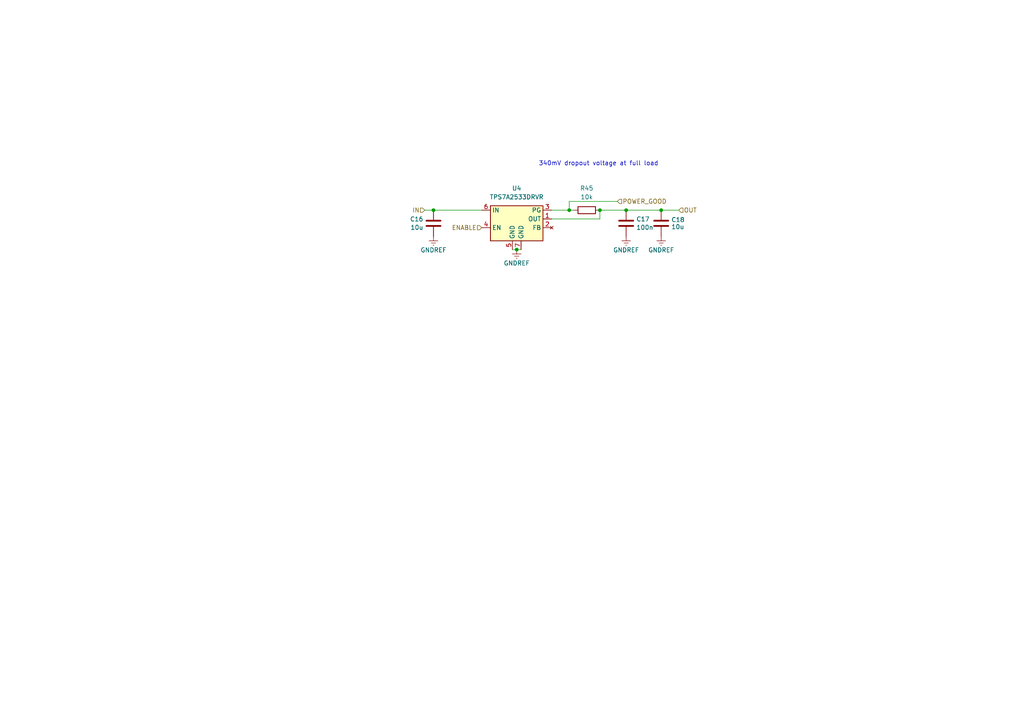
<source format=kicad_sch>
(kicad_sch (version 20250114) (generator "eeschema") (generator_version "9.0")
  (paper "A4")
  (title_block (title "DiveCAN Head") (date "2024-01-08") (rev "2.2 (DRAFT)") (company "Aren Leishman"))
  (lib_symbols
    (symbol "Library:C" (pin_numbers (hide yes)) (pin_names (offset 0.254))
      (property "Reference" "C" (at 0.635 2.54 0))
      (property "Value" "C" (at 0.635 -2.54 0))
      (symbol "C_0_1"
        (polyline (pts (xy -2.032 0.762) (xy 2.032 0.762)) (stroke (width 0.508)))
        (polyline (pts (xy -2.032 -0.762) (xy 2.032 -0.762)) (stroke (width 0.508)))
      )
      (symbol "C_1_1"
        (pin passive line (at 0 3.81 270) (length 2.794) (name "~") (number "1"))
        (pin passive line (at 0 -3.81 90) (length 2.794) (name "~") (number "2"))
      )
    )
    (symbol "Library:R" (pin_numbers (hide yes)) (pin_names (offset 0))
      (property "Reference" "R" (at 2.032 0 90))
      (property "Value" "R" (at 0 0 90))
      (symbol "R_0_1"
        (rectangle (start -1.016 -2.54) (end 1.016 2.54) (stroke (width 0.254)))
      )
      (symbol "R_1_1"
        (pin passive line (at 0 3.81 270) (length 1.27) (name "~") (number "1"))
        (pin passive line (at 0 -3.81 90) (length 1.27) (name "~") (number "2"))
      )
    )
    (symbol "Project:TPS7A2533DRVR"
      (property "Reference" "U" (at -6.35 6.35 0))
      (property "Value" "TPS7A2533DRVR" (at 1.27 6.35 0))
      (symbol "TPS7A2533DRVR_0_1"
        (rectangle (start -7.62 5.08) (end 7.62 -5.08) (stroke (width 0.254)) (fill (type background)))
      )
      (symbol "TPS7A2533DRVR_1_0"
        (pin power_in line (at -10.16 3.81 0) (length 2.54) (name "IN") (number "6"))
        (pin power_in line (at 1.27 -7.62 90) (length 2.54) (name "GND") (number "7"))
      )
      (symbol "TPS7A2533DRVR_1_1"
        (pin input line (at -10.16 -1.27 0) (length 2.54) (name "EN") (number "4"))
        (pin power_in line (at -1.27 -7.62 90) (length 2.54) (name "GND") (number "5"))
        (pin open_collector line (at 10.16 3.81 180) (length 2.54) (name "PG") (number "3"))
        (pin power_out line (at 10.16 1.27 180) (length 2.54) (name "OUT") (number "1"))
        (pin no_connect line (at 10.16 -1.27 180) (length 2.54) (name "FB") (number "2"))
      )
    )
    (symbol "power:GNDREF" (power) (pin_names (offset 0))
      (property "Value" "GNDREF" (at 0 -3.81 0))
      (symbol "GNDREF_0_1"
        (polyline (pts (xy -0.635 -1.905) (xy 0.635 -1.905)))
        (polyline (pts (xy -0.127 -2.54) (xy 0.127 -2.54)))
        (polyline (pts (xy 0 -1.27) (xy 0 0)))
        (polyline (pts (xy 1.27 -1.27) (xy -1.27 -1.27)))
      )
      (symbol "GNDREF_1_1"
        (pin power_in line (at 0 0 270) (length 0) (hide yes) (name "GNDREF") (number "1"))
      )
    )
  )
  (text "340mV dropout voltage at full load" (at 156.21 48.26 0) (effects (font (size 1.27 1.27)) (justify left bottom)))
  (junction (at 125.73 60.96))
  (junction (at 191.77 60.96))
  (junction (at 181.61 60.96))
  (junction (at 173.99 60.96))
  (junction (at 165.1 60.96))
  (junction (at 149.86 72.39))
  (wire (pts (xy 173.99 60.96) (xy 181.61 60.96)))
  (wire (pts (xy 148.59 72.39) (xy 149.86 72.39)))
  (wire (pts (xy 179.07 58.42) (xy 165.1 58.42)))
  (wire (pts (xy 165.1 58.42) (xy 165.1 60.96)))
  (wire (pts (xy 191.77 60.96) (xy 196.85 60.96)))
  (wire (pts (xy 165.1 60.96) (xy 166.37 60.96)))
  (wire (pts (xy 160.02 60.96) (xy 165.1 60.96)))
  (wire (pts (xy 181.61 60.96) (xy 191.77 60.96)))
  (wire (pts (xy 123.19 60.96) (xy 125.73 60.96)))
  (wire (pts (xy 160.02 63.5) (xy 173.99 63.5)))
  (wire (pts (xy 173.99 63.5) (xy 173.99 60.96)))
  (wire (pts (xy 125.73 60.96) (xy 139.7 60.96)))
  (wire (pts (xy 149.86 72.39) (xy 151.13 72.39)))
  (hierarchical_label "ENABLE" (shape input) (at 139.7 66.04 180))
  (hierarchical_label "IN" (shape input) (at 123.19 60.96 180))
  (hierarchical_label "POWER_GOOD" (shape input) (at 179.07 58.42 0))
  (hierarchical_label "OUT" (shape input) (at 196.85 60.96 0))
  (symbol (lib_id "Library:C") (at 125.73 64.77 0) (unit 1)
    (property "Reference" "C13" (at 122.809 63.5579 0) (effects (justify right)))
    (property "Value" "10u" (at 122.809 65.9821 0) (effects (justify right)))
    (property "Footprint" "Capacitor_SMD:C_0603_1608Metric" (effects (hide yes)))
    (property "MPN" "C96446" (effects (hide yes)))
    (instances (project "DiveCAN Head2" (path "" (reference "C16") (unit 1)) (path "" (reference "C13") (unit 1))))
  )
  (symbol (lib_id "power:GNDREF") (at 149.86 72.39 0) (unit 1)
    (property "Reference" "#PWR045" (effects (hide yes)))
    (property "Value" "GNDREF" (at 149.86 76.335 0))
    (instances (project "DiveCAN Head2" (path "" (reference "#PWR049") (unit 1)) (path "" (reference "#PWR045") (unit 1))))
  )
  (symbol (lib_id "Library:R") (at 170.18 60.96 270) (mirror x) (unit 1)
    (property "Reference" "R44" (at 170.18 54.61 90))
    (property "Value" "10k" (at 170.18 57.15 90))
    (property "Footprint" "Resistor_SMD:R_0402_1005Metric" (effects (hide yes)))
    (property "MPN" "C25744" (effects (hide yes)))
    (instances (project "DiveCAN Head2" (path "" (reference "R45") (unit 1)) (path "" (reference "R44") (unit 1))))
  )
  (symbol (lib_id "Project:TPS7A2533DRVR") (at 149.86 64.77 0) (unit 1)
    (property "Reference" "U3" (at 149.86 54.61 0))
    (property "Value" "TPS7A2533DRVR" (at 149.86 57.15 0))
    (property "Footprint" "Package_SON:WSON-6-1EP_2x2mm_P0.65mm_EP1x1.6mm_ThermalVias" (effects (hide yes)))
    (property "Datasheet" "https://www.ti.com/lit/ds/symlink/tps7a25.pdf" (effects (hide yes)))
    (property "MPN" "C2867820" (effects (hide yes)))
    (property "JlcRotOffset" "0" (effects (hide yes)))
    (instances (project "DiveCAN Head2" (path "" (reference "U4") (unit 1)) (path "" (reference "U3") (unit 1))))
  )
  (symbol (lib_id "power:GNDREF") (at 181.61 68.58 0) (unit 1)
    (property "Reference" "#PWR046" (effects (hide yes)))
    (property "Value" "GNDREF" (at 181.61 72.525 0))
    (instances (project "DiveCAN Head2" (path "" (reference "#PWR050") (unit 1)) (path "" (reference "#PWR046") (unit 1))))
  )
  (symbol (lib_id "power:GNDREF") (at 125.73 68.58 0) (unit 1)
    (property "Reference" "#PWR044" (effects (hide yes)))
    (property "Value" "GNDREF" (at 125.73 72.525 0))
    (instances (project "DiveCAN Head2" (path "" (reference "#PWR048") (unit 1)) (path "" (reference "#PWR044") (unit 1))))
  )
  (symbol (lib_id "Library:C") (at 181.61 64.77 0) (unit 1)
    (property "Reference" "C14" (at 184.531 63.5579 0) (effects (justify left)))
    (property "Value" "100n" (at 184.531 65.9821 0) (effects (justify left)))
    (property "Footprint" "Capacitor_SMD:C_0603_1608Metric" (effects (hide yes)))
    (property "MPN" "C14663" (effects (hide yes)))
    (instances (project "DiveCAN Head2" (path "" (reference "C17") (unit 1)) (path "" (reference "C14") (unit 1))))
  )
  (symbol (lib_id "power:GNDREF") (at 191.77 68.58 0) (unit 1)
    (property "Reference" "#PWR047" (effects (hide yes)))
    (property "Value" "GNDREF" (at 191.77 72.525 0))
    (instances (project "DiveCAN Head2" (path "" (reference "#PWR051") (unit 1)) (path "" (reference "#PWR047") (unit 1))))
  )
  (symbol (lib_id "Library:C") (at 191.77 64.77 0) (unit 1)
    (property "Reference" "C15" (at 194.691 63.746 0) (effects (justify left)))
    (property "Value" "10u" (at 194.691 65.794 0) (effects (justify left)))
    (property "Footprint" "Capacitor_SMD:C_0603_1608Metric" (effects (hide yes)))
    (property "MPN" "C96446" (effects (hide yes)))
    (instances (project "DiveCAN Head2" (path "" (reference "C18") (unit 1)) (path "" (reference "C15") (unit 1))))
  )
)
</source>
